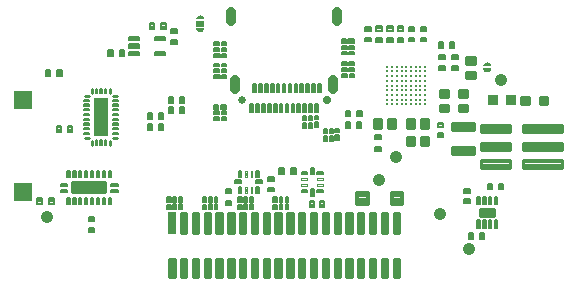
<source format=gts>
G04 EAGLE Gerber RS-274X export*
G75*
%MOMM*%
%FSLAX34Y34*%
%LPD*%
%IN2_Solder Mask Top*%
%IPPOS*%
%AMOC8*
5,1,8,0,0,1.08239X$1,22.5*%
G01*
%ADD10R,0.870000X0.870000*%
%ADD11C,0.280000*%
%ADD12C,0.254200*%
%ADD13C,0.182000*%
%ADD14C,0.193800*%
%ADD15C,0.144300*%
%ADD16C,0.720000*%
%ADD17C,0.670000*%
%ADD18C,0.870000*%
%ADD19C,0.870000*%
%ADD20C,0.285200*%
%ADD21C,0.269700*%
%ADD22R,0.670000X1.920000*%
%ADD23C,0.221100*%
%ADD24R,1.570000X1.570000*%
%ADD25C,1.070000*%
%ADD26C,0.270000*%
%ADD27C,0.170100*%
%ADD28R,1.270000X3.270000*%
%ADD29C,0.570000*%
%ADD30C,0.169200*%
%ADD31R,0.670000X0.470000*%
%ADD32C,0.321000*%
%ADD33C,0.131200*%
%ADD34C,0.620000*%
%ADD35C,0.118800*%
%ADD36C,0.368300*%

G36*
X179422Y222021D02*
X179422Y222021D01*
X179423Y222021D01*
X180242Y222223D01*
X180243Y222223D01*
X180991Y222615D01*
X180991Y222616D01*
X180992Y222616D01*
X181623Y223175D01*
X181623Y223176D01*
X181624Y223176D01*
X182103Y223871D01*
X182104Y223872D01*
X182403Y224661D01*
X182403Y224662D01*
X182404Y224668D01*
X182405Y224673D01*
X182406Y224683D01*
X182406Y224688D01*
X182408Y224703D01*
X182409Y224708D01*
X182410Y224718D01*
X182411Y224723D01*
X182412Y224733D01*
X182412Y224738D01*
X182414Y224748D01*
X182414Y224753D01*
X182415Y224763D01*
X182416Y224763D01*
X182415Y224763D01*
X182416Y224768D01*
X182418Y224783D01*
X182418Y224787D01*
X182419Y224788D01*
X182420Y224797D01*
X182420Y224802D01*
X182422Y224812D01*
X182422Y224817D01*
X182423Y224827D01*
X182424Y224832D01*
X182426Y224847D01*
X182426Y224852D01*
X182428Y224862D01*
X182428Y224867D01*
X182429Y224877D01*
X182430Y224882D01*
X182431Y224892D01*
X182432Y224897D01*
X182434Y224912D01*
X182434Y224917D01*
X182435Y224927D01*
X182436Y224932D01*
X182437Y224942D01*
X182438Y224946D01*
X182438Y224947D01*
X182439Y224956D01*
X182440Y224961D01*
X182441Y224971D01*
X182441Y224976D01*
X182442Y224981D01*
X182443Y224991D01*
X182444Y224996D01*
X182445Y225006D01*
X182446Y225011D01*
X182447Y225021D01*
X182447Y225026D01*
X182449Y225036D01*
X182449Y225041D01*
X182451Y225056D01*
X182452Y225061D01*
X182453Y225071D01*
X182453Y225076D01*
X182454Y225076D01*
X182453Y225076D01*
X182455Y225086D01*
X182455Y225091D01*
X182457Y225101D01*
X182457Y225105D01*
X182457Y225106D01*
X182459Y225120D01*
X182460Y225125D01*
X182461Y225135D01*
X182461Y225140D01*
X182463Y225150D01*
X182463Y225155D01*
X182464Y225165D01*
X182465Y225170D01*
X182467Y225185D01*
X182467Y225190D01*
X182469Y225200D01*
X182469Y225205D01*
X182470Y225215D01*
X182471Y225220D01*
X182472Y225230D01*
X182473Y225235D01*
X182474Y225245D01*
X182475Y225250D01*
X182476Y225264D01*
X182476Y225265D01*
X182477Y225269D01*
X182477Y225270D01*
X182478Y225279D01*
X182479Y225284D01*
X182480Y225294D01*
X182481Y225299D01*
X182482Y225309D01*
X182482Y225314D01*
X182484Y225329D01*
X182485Y225334D01*
X182486Y225344D01*
X182487Y225349D01*
X182488Y225359D01*
X182488Y225364D01*
X182489Y225364D01*
X182488Y225364D01*
X182490Y225374D01*
X182490Y225379D01*
X182492Y225394D01*
X182493Y225399D01*
X182494Y225409D01*
X182495Y225414D01*
X182496Y225423D01*
X182496Y225424D01*
X182496Y225428D01*
X182496Y225429D01*
X182498Y225438D01*
X182498Y225443D01*
X182500Y225458D01*
X182501Y225463D01*
X182502Y225473D01*
X182502Y225478D01*
X182504Y225488D01*
X182504Y225493D01*
X182505Y225499D01*
X182501Y225505D01*
X182501Y225504D01*
X182500Y225505D01*
X175500Y225505D01*
X175495Y225501D01*
X175496Y225500D01*
X175495Y225499D01*
X175597Y224662D01*
X175597Y224661D01*
X175896Y223872D01*
X175897Y223871D01*
X176376Y223176D01*
X176377Y223176D01*
X176377Y223175D01*
X177008Y222616D01*
X177009Y222616D01*
X177009Y222615D01*
X177757Y222223D01*
X177758Y222223D01*
X178577Y222021D01*
X178578Y222021D01*
X179422Y222021D01*
X179422Y222021D01*
G37*
G36*
X422422Y187771D02*
X422422Y187771D01*
X422423Y187771D01*
X423242Y187973D01*
X423243Y187973D01*
X423991Y188365D01*
X423991Y188366D01*
X423992Y188366D01*
X424623Y188925D01*
X424623Y188926D01*
X424624Y188926D01*
X425103Y189621D01*
X425104Y189622D01*
X425403Y190411D01*
X425403Y190412D01*
X425404Y190418D01*
X425405Y190423D01*
X425406Y190433D01*
X425406Y190438D01*
X425408Y190453D01*
X425409Y190458D01*
X425410Y190468D01*
X425411Y190473D01*
X425412Y190483D01*
X425412Y190488D01*
X425414Y190498D01*
X425414Y190503D01*
X425415Y190513D01*
X425416Y190513D01*
X425415Y190513D01*
X425416Y190518D01*
X425418Y190533D01*
X425418Y190537D01*
X425419Y190538D01*
X425420Y190547D01*
X425420Y190552D01*
X425422Y190562D01*
X425422Y190567D01*
X425423Y190577D01*
X425424Y190582D01*
X425426Y190597D01*
X425426Y190602D01*
X425428Y190612D01*
X425428Y190617D01*
X425429Y190627D01*
X425430Y190632D01*
X425431Y190642D01*
X425432Y190647D01*
X425434Y190662D01*
X425434Y190667D01*
X425435Y190677D01*
X425436Y190682D01*
X425437Y190692D01*
X425438Y190696D01*
X425438Y190697D01*
X425439Y190706D01*
X425440Y190711D01*
X425441Y190721D01*
X425441Y190726D01*
X425442Y190731D01*
X425443Y190741D01*
X425444Y190746D01*
X425445Y190756D01*
X425446Y190761D01*
X425447Y190771D01*
X425447Y190776D01*
X425449Y190786D01*
X425449Y190791D01*
X425451Y190806D01*
X425452Y190811D01*
X425453Y190821D01*
X425453Y190826D01*
X425454Y190826D01*
X425453Y190826D01*
X425455Y190836D01*
X425455Y190841D01*
X425457Y190851D01*
X425457Y190855D01*
X425457Y190856D01*
X425459Y190870D01*
X425460Y190875D01*
X425461Y190885D01*
X425461Y190890D01*
X425463Y190900D01*
X425463Y190905D01*
X425464Y190915D01*
X425465Y190920D01*
X425467Y190935D01*
X425467Y190940D01*
X425469Y190950D01*
X425469Y190955D01*
X425470Y190965D01*
X425471Y190970D01*
X425472Y190980D01*
X425473Y190985D01*
X425474Y190995D01*
X425475Y191000D01*
X425476Y191014D01*
X425476Y191015D01*
X425477Y191019D01*
X425477Y191020D01*
X425478Y191029D01*
X425479Y191034D01*
X425480Y191044D01*
X425481Y191049D01*
X425482Y191059D01*
X425482Y191064D01*
X425484Y191079D01*
X425485Y191084D01*
X425486Y191094D01*
X425487Y191099D01*
X425488Y191109D01*
X425488Y191114D01*
X425489Y191114D01*
X425488Y191114D01*
X425490Y191124D01*
X425490Y191129D01*
X425492Y191144D01*
X425493Y191149D01*
X425494Y191159D01*
X425495Y191164D01*
X425496Y191173D01*
X425496Y191174D01*
X425496Y191178D01*
X425496Y191179D01*
X425498Y191188D01*
X425498Y191193D01*
X425500Y191208D01*
X425501Y191213D01*
X425502Y191223D01*
X425502Y191228D01*
X425504Y191238D01*
X425504Y191243D01*
X425505Y191249D01*
X425501Y191255D01*
X425501Y191254D01*
X425500Y191255D01*
X418500Y191255D01*
X418495Y191251D01*
X418496Y191250D01*
X418495Y191249D01*
X418597Y190412D01*
X418597Y190411D01*
X418896Y189622D01*
X418897Y189621D01*
X419376Y188926D01*
X419377Y188926D01*
X419377Y188925D01*
X420008Y188366D01*
X420009Y188366D01*
X420009Y188365D01*
X420757Y187973D01*
X420758Y187973D01*
X421577Y187771D01*
X421578Y187771D01*
X422422Y187771D01*
X422422Y187771D01*
G37*
G36*
X182505Y232499D02*
X182505Y232499D01*
X182504Y232500D01*
X182505Y232501D01*
X182403Y233338D01*
X182403Y233339D01*
X182104Y234128D01*
X182103Y234129D01*
X181624Y234824D01*
X181623Y234824D01*
X181623Y234825D01*
X180992Y235384D01*
X180991Y235384D01*
X180991Y235385D01*
X180243Y235777D01*
X180242Y235777D01*
X179423Y235979D01*
X179422Y235979D01*
X178578Y235979D01*
X178577Y235979D01*
X177758Y235777D01*
X177757Y235777D01*
X177009Y235385D01*
X177009Y235384D01*
X177008Y235384D01*
X176377Y234825D01*
X176377Y234824D01*
X176376Y234824D01*
X175897Y234129D01*
X175896Y234128D01*
X175597Y233339D01*
X175597Y233338D01*
X175495Y232501D01*
X175499Y232495D01*
X175499Y232496D01*
X175500Y232495D01*
X182500Y232495D01*
X182505Y232499D01*
G37*
G36*
X425505Y192749D02*
X425505Y192749D01*
X425504Y192750D01*
X425505Y192751D01*
X425403Y193588D01*
X425403Y193589D01*
X425104Y194378D01*
X425103Y194379D01*
X424624Y195074D01*
X424623Y195074D01*
X424623Y195075D01*
X423992Y195634D01*
X423991Y195634D01*
X423991Y195635D01*
X423243Y196027D01*
X423242Y196027D01*
X422423Y196229D01*
X422422Y196229D01*
X421578Y196229D01*
X421577Y196229D01*
X420758Y196027D01*
X420757Y196027D01*
X420009Y195635D01*
X420009Y195634D01*
X420008Y195634D01*
X419377Y195075D01*
X419377Y195074D01*
X419376Y195074D01*
X418897Y194379D01*
X418896Y194378D01*
X418597Y193589D01*
X418597Y193588D01*
X418495Y192751D01*
X418499Y192745D01*
X418499Y192746D01*
X418500Y192745D01*
X425500Y192745D01*
X425505Y192749D01*
G37*
D10*
X442000Y164000D03*
X427000Y164000D03*
D11*
X353500Y176500D03*
X349500Y176500D03*
X345500Y176500D03*
X341500Y176500D03*
X337500Y176500D03*
X337500Y172500D03*
X337500Y168500D03*
X337500Y164500D03*
X337500Y160500D03*
X341500Y160500D03*
X345500Y160500D03*
X349500Y160500D03*
X353500Y160500D03*
X353500Y164500D03*
X353500Y168500D03*
X353500Y172500D03*
X349500Y172500D03*
X349500Y168500D03*
X349500Y164500D03*
X345500Y164500D03*
X345500Y168500D03*
X345500Y172500D03*
X341500Y172500D03*
X341500Y168500D03*
X341500Y164500D03*
X353500Y180500D03*
X353500Y184500D03*
X353500Y188500D03*
X353500Y192500D03*
X349500Y192500D03*
X345500Y192500D03*
X341500Y192500D03*
X337500Y192500D03*
X337500Y188500D03*
X337500Y184500D03*
X337500Y180500D03*
X341500Y180500D03*
X341500Y184500D03*
X341500Y188500D03*
X345500Y188500D03*
X345500Y184500D03*
X345500Y180500D03*
X349500Y180500D03*
X349500Y184500D03*
X349500Y188500D03*
X357500Y176500D03*
X361500Y176500D03*
X365500Y176500D03*
X369500Y176500D03*
X369500Y172500D03*
X369500Y168500D03*
X369500Y164500D03*
X369500Y160500D03*
X365500Y160500D03*
X361500Y160500D03*
X357500Y160500D03*
X357500Y164500D03*
X357500Y168500D03*
X357500Y172500D03*
X361500Y172500D03*
X361500Y168500D03*
X361500Y164500D03*
X365500Y164500D03*
X365500Y168500D03*
X365500Y172500D03*
X369500Y180500D03*
X369500Y184500D03*
X369500Y188500D03*
X369500Y192500D03*
X365500Y192500D03*
X361500Y192500D03*
X357500Y192500D03*
X357500Y188500D03*
X357500Y184500D03*
X357500Y180500D03*
X361500Y180500D03*
X361500Y184500D03*
X361500Y188500D03*
X365500Y188500D03*
X365500Y184500D03*
X365500Y180500D03*
D12*
X411579Y182671D02*
X411579Y188329D01*
X411579Y182671D02*
X404421Y182671D01*
X404421Y188329D01*
X411579Y188329D01*
X411579Y185086D02*
X404421Y185086D01*
X404421Y187501D02*
X411579Y187501D01*
X411579Y194671D02*
X411579Y200329D01*
X411579Y194671D02*
X404421Y194671D01*
X404421Y200329D01*
X411579Y200329D01*
X411579Y197086D02*
X404421Y197086D01*
X404421Y199501D02*
X411579Y199501D01*
D13*
X355560Y222810D02*
X355560Y226190D01*
X360440Y226190D01*
X360440Y222810D01*
X355560Y222810D01*
X355560Y224539D02*
X360440Y224539D01*
X355560Y217190D02*
X355560Y213810D01*
X355560Y217190D02*
X360440Y217190D01*
X360440Y213810D01*
X355560Y213810D01*
X355560Y215539D02*
X360440Y215539D01*
X381560Y202190D02*
X381560Y198810D01*
X381560Y202190D02*
X386440Y202190D01*
X386440Y198810D01*
X381560Y198810D01*
X381560Y200539D02*
X386440Y200539D01*
X381560Y193190D02*
X381560Y189810D01*
X381560Y193190D02*
X386440Y193190D01*
X386440Y189810D01*
X381560Y189810D01*
X381560Y191539D02*
X386440Y191539D01*
X396940Y193190D02*
X396940Y189810D01*
X392060Y189810D01*
X392060Y193190D01*
X396940Y193190D01*
X396940Y191539D02*
X392060Y191539D01*
X396940Y198810D02*
X396940Y202190D01*
X396940Y198810D02*
X392060Y198810D01*
X392060Y202190D01*
X396940Y202190D01*
X396940Y200539D02*
X392060Y200539D01*
D14*
X337119Y223119D02*
X337119Y226881D01*
X341881Y226881D01*
X341881Y223119D01*
X337119Y223119D01*
X337119Y224960D02*
X341881Y224960D01*
X341881Y226801D02*
X337119Y226801D01*
X337119Y216881D02*
X337119Y213119D01*
X337119Y216881D02*
X341881Y216881D01*
X341881Y213119D01*
X337119Y213119D01*
X337119Y214960D02*
X341881Y214960D01*
X341881Y216801D02*
X337119Y216801D01*
X350881Y216881D02*
X350881Y213119D01*
X346119Y213119D01*
X346119Y216881D01*
X350881Y216881D01*
X350881Y214960D02*
X346119Y214960D01*
X346119Y216801D02*
X350881Y216801D01*
X350881Y223119D02*
X350881Y226881D01*
X350881Y223119D02*
X346119Y223119D01*
X346119Y226881D01*
X350881Y226881D01*
X350881Y224960D02*
X346119Y224960D01*
X346119Y226801D02*
X350881Y226801D01*
X332881Y216881D02*
X332881Y213119D01*
X328119Y213119D01*
X328119Y216881D01*
X332881Y216881D01*
X332881Y214960D02*
X328119Y214960D01*
X328119Y216801D02*
X332881Y216801D01*
X332881Y223119D02*
X332881Y226881D01*
X332881Y223119D02*
X328119Y223119D01*
X328119Y226881D01*
X332881Y226881D01*
X332881Y224960D02*
X328119Y224960D01*
X328119Y226801D02*
X332881Y226801D01*
D13*
X381310Y208560D02*
X384690Y208560D01*
X381310Y208560D02*
X381310Y213440D01*
X384690Y213440D01*
X384690Y208560D01*
X384690Y210289D02*
X381310Y210289D01*
X381310Y212018D02*
X384690Y212018D01*
X390310Y208560D02*
X393690Y208560D01*
X390310Y208560D02*
X390310Y213440D01*
X393690Y213440D01*
X393690Y208560D01*
X393690Y210289D02*
X390310Y210289D01*
X390310Y212018D02*
X393690Y212018D01*
D12*
X397921Y172329D02*
X397921Y166671D01*
X397921Y172329D02*
X405079Y172329D01*
X405079Y166671D01*
X397921Y166671D01*
X397921Y169086D02*
X405079Y169086D01*
X405079Y171501D02*
X397921Y171501D01*
X397921Y160329D02*
X397921Y154671D01*
X397921Y160329D02*
X405079Y160329D01*
X405079Y154671D01*
X397921Y154671D01*
X397921Y157086D02*
X405079Y157086D01*
X405079Y159501D02*
X397921Y159501D01*
X381921Y166671D02*
X381921Y172329D01*
X389079Y172329D01*
X389079Y166671D01*
X381921Y166671D01*
X381921Y169086D02*
X389079Y169086D01*
X389079Y171501D02*
X381921Y171501D01*
X381921Y160329D02*
X381921Y154671D01*
X381921Y160329D02*
X389079Y160329D01*
X389079Y154671D01*
X381921Y154671D01*
X381921Y157086D02*
X389079Y157086D01*
X389079Y159501D02*
X381921Y159501D01*
D13*
X384940Y136190D02*
X384940Y132810D01*
X380060Y132810D01*
X380060Y136190D01*
X384940Y136190D01*
X384940Y134539D02*
X380060Y134539D01*
X384940Y141810D02*
X384940Y145190D01*
X384940Y141810D02*
X380060Y141810D01*
X380060Y145190D01*
X384940Y145190D01*
X384940Y143539D02*
X380060Y143539D01*
D12*
X359829Y125921D02*
X354171Y125921D01*
X354171Y133079D01*
X359829Y133079D01*
X359829Y125921D01*
X359829Y128336D02*
X354171Y128336D01*
X354171Y130751D02*
X359829Y130751D01*
X366171Y125921D02*
X371829Y125921D01*
X366171Y125921D02*
X366171Y133079D01*
X371829Y133079D01*
X371829Y125921D01*
X371829Y128336D02*
X366171Y128336D01*
X366171Y130751D02*
X371829Y130751D01*
X359829Y140921D02*
X354171Y140921D01*
X354171Y148079D01*
X359829Y148079D01*
X359829Y140921D01*
X359829Y143336D02*
X354171Y143336D01*
X354171Y145751D02*
X359829Y145751D01*
X366171Y140921D02*
X371829Y140921D01*
X366171Y140921D02*
X366171Y148079D01*
X371829Y148079D01*
X371829Y140921D01*
X371829Y143336D02*
X366171Y143336D01*
X366171Y145751D02*
X371829Y145751D01*
D13*
X370440Y213810D02*
X370440Y217190D01*
X370440Y213810D02*
X365560Y213810D01*
X365560Y217190D01*
X370440Y217190D01*
X370440Y215539D02*
X365560Y215539D01*
X370440Y222810D02*
X370440Y226190D01*
X370440Y222810D02*
X365560Y222810D01*
X365560Y226190D01*
X370440Y226190D01*
X370440Y224539D02*
X365560Y224539D01*
X323440Y217190D02*
X323440Y213810D01*
X318560Y213810D01*
X318560Y217190D01*
X323440Y217190D01*
X323440Y215539D02*
X318560Y215539D01*
X323440Y222810D02*
X323440Y226190D01*
X323440Y222810D02*
X318560Y222810D01*
X318560Y226190D01*
X323440Y226190D01*
X323440Y224539D02*
X318560Y224539D01*
D12*
X338171Y148079D02*
X343829Y148079D01*
X343829Y140921D01*
X338171Y140921D01*
X338171Y148079D01*
X338171Y143336D02*
X343829Y143336D01*
X343829Y145751D02*
X338171Y145751D01*
X331829Y148079D02*
X326171Y148079D01*
X331829Y148079D02*
X331829Y140921D01*
X326171Y140921D01*
X326171Y148079D01*
X326171Y143336D02*
X331829Y143336D01*
X331829Y145751D02*
X326171Y145751D01*
D14*
X315881Y155381D02*
X312119Y155381D01*
X315881Y155381D02*
X315881Y150619D01*
X312119Y150619D01*
X312119Y155381D01*
X312119Y152460D02*
X315881Y152460D01*
X315881Y154301D02*
X312119Y154301D01*
X305881Y155381D02*
X302119Y155381D01*
X305881Y155381D02*
X305881Y150619D01*
X302119Y150619D01*
X302119Y155381D01*
X302119Y152460D02*
X305881Y152460D01*
X305881Y154301D02*
X302119Y154301D01*
D15*
X278629Y160529D02*
X276371Y160529D01*
X278629Y160529D02*
X278629Y154271D01*
X276371Y154271D01*
X276371Y160529D01*
X276371Y155642D02*
X278629Y155642D01*
X278629Y157013D02*
X276371Y157013D01*
X276371Y158384D02*
X278629Y158384D01*
X278629Y159755D02*
X276371Y159755D01*
X273629Y160529D02*
X271371Y160529D01*
X273629Y160529D02*
X273629Y154271D01*
X271371Y154271D01*
X271371Y160529D01*
X271371Y155642D02*
X273629Y155642D01*
X273629Y157013D02*
X271371Y157013D01*
X271371Y158384D02*
X273629Y158384D01*
X273629Y159755D02*
X271371Y159755D01*
X268629Y160529D02*
X266371Y160529D01*
X268629Y160529D02*
X268629Y154271D01*
X266371Y154271D01*
X266371Y160529D01*
X266371Y155642D02*
X268629Y155642D01*
X268629Y157013D02*
X266371Y157013D01*
X266371Y158384D02*
X268629Y158384D01*
X268629Y159755D02*
X266371Y159755D01*
X263629Y160529D02*
X261371Y160529D01*
X263629Y160529D02*
X263629Y154271D01*
X261371Y154271D01*
X261371Y160529D01*
X261371Y155642D02*
X263629Y155642D01*
X263629Y157013D02*
X261371Y157013D01*
X261371Y158384D02*
X263629Y158384D01*
X263629Y159755D02*
X261371Y159755D01*
X258629Y160529D02*
X256371Y160529D01*
X258629Y160529D02*
X258629Y154271D01*
X256371Y154271D01*
X256371Y160529D01*
X256371Y155642D02*
X258629Y155642D01*
X258629Y157013D02*
X256371Y157013D01*
X256371Y158384D02*
X258629Y158384D01*
X258629Y159755D02*
X256371Y159755D01*
X253629Y160529D02*
X251371Y160529D01*
X253629Y160529D02*
X253629Y154271D01*
X251371Y154271D01*
X251371Y160529D01*
X251371Y155642D02*
X253629Y155642D01*
X253629Y157013D02*
X251371Y157013D01*
X251371Y158384D02*
X253629Y158384D01*
X253629Y159755D02*
X251371Y159755D01*
X248629Y160529D02*
X246371Y160529D01*
X248629Y160529D02*
X248629Y154271D01*
X246371Y154271D01*
X246371Y160529D01*
X246371Y155642D02*
X248629Y155642D01*
X248629Y157013D02*
X246371Y157013D01*
X246371Y158384D02*
X248629Y158384D01*
X248629Y159755D02*
X246371Y159755D01*
X243629Y160529D02*
X241371Y160529D01*
X243629Y160529D02*
X243629Y154271D01*
X241371Y154271D01*
X241371Y160529D01*
X241371Y155642D02*
X243629Y155642D01*
X243629Y157013D02*
X241371Y157013D01*
X241371Y158384D02*
X243629Y158384D01*
X243629Y159755D02*
X241371Y159755D01*
X238629Y160529D02*
X236371Y160529D01*
X238629Y160529D02*
X238629Y154271D01*
X236371Y154271D01*
X236371Y160529D01*
X236371Y155642D02*
X238629Y155642D01*
X238629Y157013D02*
X236371Y157013D01*
X236371Y158384D02*
X238629Y158384D01*
X238629Y159755D02*
X236371Y159755D01*
X233629Y160529D02*
X231371Y160529D01*
X233629Y160529D02*
X233629Y154271D01*
X231371Y154271D01*
X231371Y160529D01*
X231371Y155642D02*
X233629Y155642D01*
X233629Y157013D02*
X231371Y157013D01*
X231371Y158384D02*
X233629Y158384D01*
X233629Y159755D02*
X231371Y159755D01*
X228629Y160529D02*
X226371Y160529D01*
X228629Y160529D02*
X228629Y154271D01*
X226371Y154271D01*
X226371Y160529D01*
X226371Y155642D02*
X228629Y155642D01*
X228629Y157013D02*
X226371Y157013D01*
X226371Y158384D02*
X228629Y158384D01*
X228629Y159755D02*
X226371Y159755D01*
X223629Y160529D02*
X221371Y160529D01*
X223629Y160529D02*
X223629Y154271D01*
X221371Y154271D01*
X221371Y160529D01*
X221371Y155642D02*
X223629Y155642D01*
X223629Y157013D02*
X221371Y157013D01*
X221371Y158384D02*
X223629Y158384D01*
X223629Y159755D02*
X221371Y159755D01*
X248871Y177529D02*
X251129Y177529D01*
X251129Y171271D01*
X248871Y171271D01*
X248871Y177529D01*
X248871Y172642D02*
X251129Y172642D01*
X251129Y174013D02*
X248871Y174013D01*
X248871Y175384D02*
X251129Y175384D01*
X251129Y176755D02*
X248871Y176755D01*
X226129Y177529D02*
X223871Y177529D01*
X226129Y177529D02*
X226129Y171271D01*
X223871Y171271D01*
X223871Y177529D01*
X223871Y172642D02*
X226129Y172642D01*
X226129Y174013D02*
X223871Y174013D01*
X223871Y175384D02*
X226129Y175384D01*
X226129Y176755D02*
X223871Y176755D01*
X228871Y177529D02*
X231129Y177529D01*
X231129Y171271D01*
X228871Y171271D01*
X228871Y177529D01*
X228871Y172642D02*
X231129Y172642D01*
X231129Y174013D02*
X228871Y174013D01*
X228871Y175384D02*
X231129Y175384D01*
X231129Y176755D02*
X228871Y176755D01*
X233871Y177529D02*
X236129Y177529D01*
X236129Y171271D01*
X233871Y171271D01*
X233871Y177529D01*
X233871Y172642D02*
X236129Y172642D01*
X236129Y174013D02*
X233871Y174013D01*
X233871Y175384D02*
X236129Y175384D01*
X236129Y176755D02*
X233871Y176755D01*
X238871Y177529D02*
X241129Y177529D01*
X241129Y171271D01*
X238871Y171271D01*
X238871Y177529D01*
X238871Y172642D02*
X241129Y172642D01*
X241129Y174013D02*
X238871Y174013D01*
X238871Y175384D02*
X241129Y175384D01*
X241129Y176755D02*
X238871Y176755D01*
X243871Y177529D02*
X246129Y177529D01*
X246129Y171271D01*
X243871Y171271D01*
X243871Y177529D01*
X243871Y172642D02*
X246129Y172642D01*
X246129Y174013D02*
X243871Y174013D01*
X243871Y175384D02*
X246129Y175384D01*
X246129Y176755D02*
X243871Y176755D01*
X253871Y177529D02*
X256129Y177529D01*
X256129Y171271D01*
X253871Y171271D01*
X253871Y177529D01*
X253871Y172642D02*
X256129Y172642D01*
X256129Y174013D02*
X253871Y174013D01*
X253871Y175384D02*
X256129Y175384D01*
X256129Y176755D02*
X253871Y176755D01*
X258871Y177529D02*
X261129Y177529D01*
X261129Y171271D01*
X258871Y171271D01*
X258871Y177529D01*
X258871Y172642D02*
X261129Y172642D01*
X261129Y174013D02*
X258871Y174013D01*
X258871Y175384D02*
X261129Y175384D01*
X261129Y176755D02*
X258871Y176755D01*
X263871Y177529D02*
X266129Y177529D01*
X266129Y171271D01*
X263871Y171271D01*
X263871Y177529D01*
X263871Y172642D02*
X266129Y172642D01*
X266129Y174013D02*
X263871Y174013D01*
X263871Y175384D02*
X266129Y175384D01*
X266129Y176755D02*
X263871Y176755D01*
X268871Y177529D02*
X271129Y177529D01*
X271129Y171271D01*
X268871Y171271D01*
X268871Y177529D01*
X268871Y172642D02*
X271129Y172642D01*
X271129Y174013D02*
X268871Y174013D01*
X268871Y175384D02*
X271129Y175384D01*
X271129Y176755D02*
X268871Y176755D01*
X273871Y177529D02*
X276129Y177529D01*
X276129Y171271D01*
X273871Y171271D01*
X273871Y177529D01*
X273871Y172642D02*
X276129Y172642D01*
X276129Y174013D02*
X273871Y174013D01*
X273871Y175384D02*
X276129Y175384D01*
X276129Y176755D02*
X273871Y176755D01*
X278871Y177529D02*
X281129Y177529D01*
X281129Y171271D01*
X278871Y171271D01*
X278871Y177529D01*
X278871Y172642D02*
X281129Y172642D01*
X281129Y174013D02*
X278871Y174013D01*
X278871Y175384D02*
X281129Y175384D01*
X281129Y176755D02*
X278871Y176755D01*
D16*
X286000Y164000D03*
D17*
X214000Y164000D03*
D18*
X291300Y173500D02*
X291300Y181500D01*
X208700Y181500D02*
X208700Y173500D01*
X294900Y231000D02*
X294900Y239000D01*
X205100Y239000D02*
X205100Y231000D01*
X291300Y181500D02*
X291300Y173500D01*
X208700Y173500D02*
X208700Y181500D01*
X294900Y231000D02*
X294900Y239000D01*
X205100Y239000D02*
X205100Y231000D01*
D19*
X291300Y177500D03*
X208700Y177000D03*
X205100Y235000D03*
X294900Y235000D03*
D20*
X452076Y128174D02*
X485424Y128174D01*
X485424Y121826D01*
X452076Y121826D01*
X452076Y128174D01*
X452076Y124535D02*
X485424Y124535D01*
X485424Y127244D02*
X452076Y127244D01*
X452076Y113174D02*
X485424Y113174D01*
X485424Y106826D01*
X452076Y106826D01*
X452076Y113174D01*
X452076Y109535D02*
X485424Y109535D01*
X485424Y112244D02*
X452076Y112244D01*
X452076Y143174D02*
X485424Y143174D01*
X485424Y136826D01*
X452076Y136826D01*
X452076Y143174D01*
X452076Y139535D02*
X485424Y139535D01*
X485424Y142244D02*
X452076Y142244D01*
X440924Y113174D02*
X416576Y113174D01*
X440924Y113174D02*
X440924Y106826D01*
X416576Y106826D01*
X416576Y113174D01*
X416576Y109535D02*
X440924Y109535D01*
X440924Y112244D02*
X416576Y112244D01*
X416576Y128174D02*
X440924Y128174D01*
X440924Y121826D01*
X416576Y121826D01*
X416576Y128174D01*
X416576Y124535D02*
X440924Y124535D01*
X440924Y127244D02*
X416576Y127244D01*
X416576Y143174D02*
X440924Y143174D01*
X440924Y136826D01*
X416576Y136826D01*
X416576Y143174D01*
X416576Y139535D02*
X440924Y139535D01*
X440924Y142244D02*
X416576Y142244D01*
D21*
X410502Y138498D02*
X392498Y138498D01*
X392498Y144502D01*
X410502Y144502D01*
X410502Y138498D01*
X410502Y141060D02*
X392498Y141060D01*
X392498Y143622D02*
X410502Y143622D01*
X410502Y118498D02*
X392498Y118498D01*
X392498Y124502D01*
X410502Y124502D01*
X410502Y118498D01*
X410502Y121060D02*
X392498Y121060D01*
X392498Y123622D02*
X410502Y123622D01*
D22*
X155000Y59750D03*
D23*
X167245Y68245D02*
X167245Y51255D01*
X162755Y51255D01*
X162755Y68245D01*
X167245Y68245D01*
X167245Y53355D02*
X162755Y53355D01*
X162755Y55455D02*
X167245Y55455D01*
X167245Y57555D02*
X162755Y57555D01*
X162755Y59655D02*
X167245Y59655D01*
X167245Y61755D02*
X162755Y61755D01*
X162755Y63855D02*
X167245Y63855D01*
X167245Y65955D02*
X162755Y65955D01*
X162755Y68055D02*
X167245Y68055D01*
X177245Y68245D02*
X177245Y51255D01*
X172755Y51255D01*
X172755Y68245D01*
X177245Y68245D01*
X177245Y53355D02*
X172755Y53355D01*
X172755Y55455D02*
X177245Y55455D01*
X177245Y57555D02*
X172755Y57555D01*
X172755Y59655D02*
X177245Y59655D01*
X177245Y61755D02*
X172755Y61755D01*
X172755Y63855D02*
X177245Y63855D01*
X177245Y65955D02*
X172755Y65955D01*
X172755Y68055D02*
X177245Y68055D01*
X187245Y68245D02*
X187245Y51255D01*
X182755Y51255D01*
X182755Y68245D01*
X187245Y68245D01*
X187245Y53355D02*
X182755Y53355D01*
X182755Y55455D02*
X187245Y55455D01*
X187245Y57555D02*
X182755Y57555D01*
X182755Y59655D02*
X187245Y59655D01*
X187245Y61755D02*
X182755Y61755D01*
X182755Y63855D02*
X187245Y63855D01*
X187245Y65955D02*
X182755Y65955D01*
X182755Y68055D02*
X187245Y68055D01*
X197245Y68245D02*
X197245Y51255D01*
X192755Y51255D01*
X192755Y68245D01*
X197245Y68245D01*
X197245Y53355D02*
X192755Y53355D01*
X192755Y55455D02*
X197245Y55455D01*
X197245Y57555D02*
X192755Y57555D01*
X192755Y59655D02*
X197245Y59655D01*
X197245Y61755D02*
X192755Y61755D01*
X192755Y63855D02*
X197245Y63855D01*
X197245Y65955D02*
X192755Y65955D01*
X192755Y68055D02*
X197245Y68055D01*
X207245Y68245D02*
X207245Y51255D01*
X202755Y51255D01*
X202755Y68245D01*
X207245Y68245D01*
X207245Y53355D02*
X202755Y53355D01*
X202755Y55455D02*
X207245Y55455D01*
X207245Y57555D02*
X202755Y57555D01*
X202755Y59655D02*
X207245Y59655D01*
X207245Y61755D02*
X202755Y61755D01*
X202755Y63855D02*
X207245Y63855D01*
X207245Y65955D02*
X202755Y65955D01*
X202755Y68055D02*
X207245Y68055D01*
X217245Y68245D02*
X217245Y51255D01*
X212755Y51255D01*
X212755Y68245D01*
X217245Y68245D01*
X217245Y53355D02*
X212755Y53355D01*
X212755Y55455D02*
X217245Y55455D01*
X217245Y57555D02*
X212755Y57555D01*
X212755Y59655D02*
X217245Y59655D01*
X217245Y61755D02*
X212755Y61755D01*
X212755Y63855D02*
X217245Y63855D01*
X217245Y65955D02*
X212755Y65955D01*
X212755Y68055D02*
X217245Y68055D01*
X227245Y68245D02*
X227245Y51255D01*
X222755Y51255D01*
X222755Y68245D01*
X227245Y68245D01*
X227245Y53355D02*
X222755Y53355D01*
X222755Y55455D02*
X227245Y55455D01*
X227245Y57555D02*
X222755Y57555D01*
X222755Y59655D02*
X227245Y59655D01*
X227245Y61755D02*
X222755Y61755D01*
X222755Y63855D02*
X227245Y63855D01*
X227245Y65955D02*
X222755Y65955D01*
X222755Y68055D02*
X227245Y68055D01*
X237245Y68245D02*
X237245Y51255D01*
X232755Y51255D01*
X232755Y68245D01*
X237245Y68245D01*
X237245Y53355D02*
X232755Y53355D01*
X232755Y55455D02*
X237245Y55455D01*
X237245Y57555D02*
X232755Y57555D01*
X232755Y59655D02*
X237245Y59655D01*
X237245Y61755D02*
X232755Y61755D01*
X232755Y63855D02*
X237245Y63855D01*
X237245Y65955D02*
X232755Y65955D01*
X232755Y68055D02*
X237245Y68055D01*
X247245Y68245D02*
X247245Y51255D01*
X242755Y51255D01*
X242755Y68245D01*
X247245Y68245D01*
X247245Y53355D02*
X242755Y53355D01*
X242755Y55455D02*
X247245Y55455D01*
X247245Y57555D02*
X242755Y57555D01*
X242755Y59655D02*
X247245Y59655D01*
X247245Y61755D02*
X242755Y61755D01*
X242755Y63855D02*
X247245Y63855D01*
X247245Y65955D02*
X242755Y65955D01*
X242755Y68055D02*
X247245Y68055D01*
X257245Y68245D02*
X257245Y51255D01*
X252755Y51255D01*
X252755Y68245D01*
X257245Y68245D01*
X257245Y53355D02*
X252755Y53355D01*
X252755Y55455D02*
X257245Y55455D01*
X257245Y57555D02*
X252755Y57555D01*
X252755Y59655D02*
X257245Y59655D01*
X257245Y61755D02*
X252755Y61755D01*
X252755Y63855D02*
X257245Y63855D01*
X257245Y65955D02*
X252755Y65955D01*
X252755Y68055D02*
X257245Y68055D01*
X267245Y68245D02*
X267245Y51255D01*
X262755Y51255D01*
X262755Y68245D01*
X267245Y68245D01*
X267245Y53355D02*
X262755Y53355D01*
X262755Y55455D02*
X267245Y55455D01*
X267245Y57555D02*
X262755Y57555D01*
X262755Y59655D02*
X267245Y59655D01*
X267245Y61755D02*
X262755Y61755D01*
X262755Y63855D02*
X267245Y63855D01*
X267245Y65955D02*
X262755Y65955D01*
X262755Y68055D02*
X267245Y68055D01*
X277245Y68245D02*
X277245Y51255D01*
X272755Y51255D01*
X272755Y68245D01*
X277245Y68245D01*
X277245Y53355D02*
X272755Y53355D01*
X272755Y55455D02*
X277245Y55455D01*
X277245Y57555D02*
X272755Y57555D01*
X272755Y59655D02*
X277245Y59655D01*
X277245Y61755D02*
X272755Y61755D01*
X272755Y63855D02*
X277245Y63855D01*
X277245Y65955D02*
X272755Y65955D01*
X272755Y68055D02*
X277245Y68055D01*
X287245Y68245D02*
X287245Y51255D01*
X282755Y51255D01*
X282755Y68245D01*
X287245Y68245D01*
X287245Y53355D02*
X282755Y53355D01*
X282755Y55455D02*
X287245Y55455D01*
X287245Y57555D02*
X282755Y57555D01*
X282755Y59655D02*
X287245Y59655D01*
X287245Y61755D02*
X282755Y61755D01*
X282755Y63855D02*
X287245Y63855D01*
X287245Y65955D02*
X282755Y65955D01*
X282755Y68055D02*
X287245Y68055D01*
X297245Y68245D02*
X297245Y51255D01*
X292755Y51255D01*
X292755Y68245D01*
X297245Y68245D01*
X297245Y53355D02*
X292755Y53355D01*
X292755Y55455D02*
X297245Y55455D01*
X297245Y57555D02*
X292755Y57555D01*
X292755Y59655D02*
X297245Y59655D01*
X297245Y61755D02*
X292755Y61755D01*
X292755Y63855D02*
X297245Y63855D01*
X297245Y65955D02*
X292755Y65955D01*
X292755Y68055D02*
X297245Y68055D01*
X307245Y68245D02*
X307245Y51255D01*
X302755Y51255D01*
X302755Y68245D01*
X307245Y68245D01*
X307245Y53355D02*
X302755Y53355D01*
X302755Y55455D02*
X307245Y55455D01*
X307245Y57555D02*
X302755Y57555D01*
X302755Y59655D02*
X307245Y59655D01*
X307245Y61755D02*
X302755Y61755D01*
X302755Y63855D02*
X307245Y63855D01*
X307245Y65955D02*
X302755Y65955D01*
X302755Y68055D02*
X307245Y68055D01*
X317245Y68245D02*
X317245Y51255D01*
X312755Y51255D01*
X312755Y68245D01*
X317245Y68245D01*
X317245Y53355D02*
X312755Y53355D01*
X312755Y55455D02*
X317245Y55455D01*
X317245Y57555D02*
X312755Y57555D01*
X312755Y59655D02*
X317245Y59655D01*
X317245Y61755D02*
X312755Y61755D01*
X312755Y63855D02*
X317245Y63855D01*
X317245Y65955D02*
X312755Y65955D01*
X312755Y68055D02*
X317245Y68055D01*
X327245Y68245D02*
X327245Y51255D01*
X322755Y51255D01*
X322755Y68245D01*
X327245Y68245D01*
X327245Y53355D02*
X322755Y53355D01*
X322755Y55455D02*
X327245Y55455D01*
X327245Y57555D02*
X322755Y57555D01*
X322755Y59655D02*
X327245Y59655D01*
X327245Y61755D02*
X322755Y61755D01*
X322755Y63855D02*
X327245Y63855D01*
X327245Y65955D02*
X322755Y65955D01*
X322755Y68055D02*
X327245Y68055D01*
X337245Y68245D02*
X337245Y51255D01*
X332755Y51255D01*
X332755Y68245D01*
X337245Y68245D01*
X337245Y53355D02*
X332755Y53355D01*
X332755Y55455D02*
X337245Y55455D01*
X337245Y57555D02*
X332755Y57555D01*
X332755Y59655D02*
X337245Y59655D01*
X337245Y61755D02*
X332755Y61755D01*
X332755Y63855D02*
X337245Y63855D01*
X337245Y65955D02*
X332755Y65955D01*
X332755Y68055D02*
X337245Y68055D01*
X347245Y68245D02*
X347245Y51255D01*
X342755Y51255D01*
X342755Y68245D01*
X347245Y68245D01*
X347245Y53355D02*
X342755Y53355D01*
X342755Y55455D02*
X347245Y55455D01*
X347245Y57555D02*
X342755Y57555D01*
X342755Y59655D02*
X347245Y59655D01*
X347245Y61755D02*
X342755Y61755D01*
X342755Y63855D02*
X347245Y63855D01*
X347245Y65955D02*
X342755Y65955D01*
X342755Y68055D02*
X347245Y68055D01*
X157245Y29495D02*
X157245Y14505D01*
X152755Y14505D01*
X152755Y29495D01*
X157245Y29495D01*
X157245Y16605D02*
X152755Y16605D01*
X152755Y18705D02*
X157245Y18705D01*
X157245Y20805D02*
X152755Y20805D01*
X152755Y22905D02*
X157245Y22905D01*
X157245Y25005D02*
X152755Y25005D01*
X152755Y27105D02*
X157245Y27105D01*
X157245Y29205D02*
X152755Y29205D01*
X167245Y29495D02*
X167245Y14505D01*
X162755Y14505D01*
X162755Y29495D01*
X167245Y29495D01*
X167245Y16605D02*
X162755Y16605D01*
X162755Y18705D02*
X167245Y18705D01*
X167245Y20805D02*
X162755Y20805D01*
X162755Y22905D02*
X167245Y22905D01*
X167245Y25005D02*
X162755Y25005D01*
X162755Y27105D02*
X167245Y27105D01*
X167245Y29205D02*
X162755Y29205D01*
X177245Y29495D02*
X177245Y14505D01*
X172755Y14505D01*
X172755Y29495D01*
X177245Y29495D01*
X177245Y16605D02*
X172755Y16605D01*
X172755Y18705D02*
X177245Y18705D01*
X177245Y20805D02*
X172755Y20805D01*
X172755Y22905D02*
X177245Y22905D01*
X177245Y25005D02*
X172755Y25005D01*
X172755Y27105D02*
X177245Y27105D01*
X177245Y29205D02*
X172755Y29205D01*
X187245Y29495D02*
X187245Y14505D01*
X182755Y14505D01*
X182755Y29495D01*
X187245Y29495D01*
X187245Y16605D02*
X182755Y16605D01*
X182755Y18705D02*
X187245Y18705D01*
X187245Y20805D02*
X182755Y20805D01*
X182755Y22905D02*
X187245Y22905D01*
X187245Y25005D02*
X182755Y25005D01*
X182755Y27105D02*
X187245Y27105D01*
X187245Y29205D02*
X182755Y29205D01*
X197245Y29495D02*
X197245Y14505D01*
X192755Y14505D01*
X192755Y29495D01*
X197245Y29495D01*
X197245Y16605D02*
X192755Y16605D01*
X192755Y18705D02*
X197245Y18705D01*
X197245Y20805D02*
X192755Y20805D01*
X192755Y22905D02*
X197245Y22905D01*
X197245Y25005D02*
X192755Y25005D01*
X192755Y27105D02*
X197245Y27105D01*
X197245Y29205D02*
X192755Y29205D01*
X207245Y29495D02*
X207245Y14505D01*
X202755Y14505D01*
X202755Y29495D01*
X207245Y29495D01*
X207245Y16605D02*
X202755Y16605D01*
X202755Y18705D02*
X207245Y18705D01*
X207245Y20805D02*
X202755Y20805D01*
X202755Y22905D02*
X207245Y22905D01*
X207245Y25005D02*
X202755Y25005D01*
X202755Y27105D02*
X207245Y27105D01*
X207245Y29205D02*
X202755Y29205D01*
X217245Y29495D02*
X217245Y14505D01*
X212755Y14505D01*
X212755Y29495D01*
X217245Y29495D01*
X217245Y16605D02*
X212755Y16605D01*
X212755Y18705D02*
X217245Y18705D01*
X217245Y20805D02*
X212755Y20805D01*
X212755Y22905D02*
X217245Y22905D01*
X217245Y25005D02*
X212755Y25005D01*
X212755Y27105D02*
X217245Y27105D01*
X217245Y29205D02*
X212755Y29205D01*
X227245Y29495D02*
X227245Y14505D01*
X222755Y14505D01*
X222755Y29495D01*
X227245Y29495D01*
X227245Y16605D02*
X222755Y16605D01*
X222755Y18705D02*
X227245Y18705D01*
X227245Y20805D02*
X222755Y20805D01*
X222755Y22905D02*
X227245Y22905D01*
X227245Y25005D02*
X222755Y25005D01*
X222755Y27105D02*
X227245Y27105D01*
X227245Y29205D02*
X222755Y29205D01*
X237245Y29495D02*
X237245Y14505D01*
X232755Y14505D01*
X232755Y29495D01*
X237245Y29495D01*
X237245Y16605D02*
X232755Y16605D01*
X232755Y18705D02*
X237245Y18705D01*
X237245Y20805D02*
X232755Y20805D01*
X232755Y22905D02*
X237245Y22905D01*
X237245Y25005D02*
X232755Y25005D01*
X232755Y27105D02*
X237245Y27105D01*
X237245Y29205D02*
X232755Y29205D01*
X247245Y29495D02*
X247245Y14505D01*
X242755Y14505D01*
X242755Y29495D01*
X247245Y29495D01*
X247245Y16605D02*
X242755Y16605D01*
X242755Y18705D02*
X247245Y18705D01*
X247245Y20805D02*
X242755Y20805D01*
X242755Y22905D02*
X247245Y22905D01*
X247245Y25005D02*
X242755Y25005D01*
X242755Y27105D02*
X247245Y27105D01*
X247245Y29205D02*
X242755Y29205D01*
X257245Y29495D02*
X257245Y14505D01*
X252755Y14505D01*
X252755Y29495D01*
X257245Y29495D01*
X257245Y16605D02*
X252755Y16605D01*
X252755Y18705D02*
X257245Y18705D01*
X257245Y20805D02*
X252755Y20805D01*
X252755Y22905D02*
X257245Y22905D01*
X257245Y25005D02*
X252755Y25005D01*
X252755Y27105D02*
X257245Y27105D01*
X257245Y29205D02*
X252755Y29205D01*
X267245Y29495D02*
X267245Y14505D01*
X262755Y14505D01*
X262755Y29495D01*
X267245Y29495D01*
X267245Y16605D02*
X262755Y16605D01*
X262755Y18705D02*
X267245Y18705D01*
X267245Y20805D02*
X262755Y20805D01*
X262755Y22905D02*
X267245Y22905D01*
X267245Y25005D02*
X262755Y25005D01*
X262755Y27105D02*
X267245Y27105D01*
X267245Y29205D02*
X262755Y29205D01*
X277245Y29495D02*
X277245Y14505D01*
X272755Y14505D01*
X272755Y29495D01*
X277245Y29495D01*
X277245Y16605D02*
X272755Y16605D01*
X272755Y18705D02*
X277245Y18705D01*
X277245Y20805D02*
X272755Y20805D01*
X272755Y22905D02*
X277245Y22905D01*
X277245Y25005D02*
X272755Y25005D01*
X272755Y27105D02*
X277245Y27105D01*
X277245Y29205D02*
X272755Y29205D01*
X287245Y29495D02*
X287245Y14505D01*
X282755Y14505D01*
X282755Y29495D01*
X287245Y29495D01*
X287245Y16605D02*
X282755Y16605D01*
X282755Y18705D02*
X287245Y18705D01*
X287245Y20805D02*
X282755Y20805D01*
X282755Y22905D02*
X287245Y22905D01*
X287245Y25005D02*
X282755Y25005D01*
X282755Y27105D02*
X287245Y27105D01*
X287245Y29205D02*
X282755Y29205D01*
X297245Y29495D02*
X297245Y14505D01*
X292755Y14505D01*
X292755Y29495D01*
X297245Y29495D01*
X297245Y16605D02*
X292755Y16605D01*
X292755Y18705D02*
X297245Y18705D01*
X297245Y20805D02*
X292755Y20805D01*
X292755Y22905D02*
X297245Y22905D01*
X297245Y25005D02*
X292755Y25005D01*
X292755Y27105D02*
X297245Y27105D01*
X297245Y29205D02*
X292755Y29205D01*
X307245Y29495D02*
X307245Y14505D01*
X302755Y14505D01*
X302755Y29495D01*
X307245Y29495D01*
X307245Y16605D02*
X302755Y16605D01*
X302755Y18705D02*
X307245Y18705D01*
X307245Y20805D02*
X302755Y20805D01*
X302755Y22905D02*
X307245Y22905D01*
X307245Y25005D02*
X302755Y25005D01*
X302755Y27105D02*
X307245Y27105D01*
X307245Y29205D02*
X302755Y29205D01*
X317245Y29495D02*
X317245Y14505D01*
X312755Y14505D01*
X312755Y29495D01*
X317245Y29495D01*
X317245Y16605D02*
X312755Y16605D01*
X312755Y18705D02*
X317245Y18705D01*
X317245Y20805D02*
X312755Y20805D01*
X312755Y22905D02*
X317245Y22905D01*
X317245Y25005D02*
X312755Y25005D01*
X312755Y27105D02*
X317245Y27105D01*
X317245Y29205D02*
X312755Y29205D01*
X327245Y29495D02*
X327245Y14505D01*
X322755Y14505D01*
X322755Y29495D01*
X327245Y29495D01*
X327245Y16605D02*
X322755Y16605D01*
X322755Y18705D02*
X327245Y18705D01*
X327245Y20805D02*
X322755Y20805D01*
X322755Y22905D02*
X327245Y22905D01*
X327245Y25005D02*
X322755Y25005D01*
X322755Y27105D02*
X327245Y27105D01*
X327245Y29205D02*
X322755Y29205D01*
X337245Y29495D02*
X337245Y14505D01*
X332755Y14505D01*
X332755Y29495D01*
X337245Y29495D01*
X337245Y16605D02*
X332755Y16605D01*
X332755Y18705D02*
X337245Y18705D01*
X337245Y20805D02*
X332755Y20805D01*
X332755Y22905D02*
X337245Y22905D01*
X337245Y25005D02*
X332755Y25005D01*
X332755Y27105D02*
X337245Y27105D01*
X337245Y29205D02*
X332755Y29205D01*
X347245Y29495D02*
X347245Y14505D01*
X342755Y14505D01*
X342755Y29495D01*
X347245Y29495D01*
X347245Y16605D02*
X342755Y16605D01*
X342755Y18705D02*
X347245Y18705D01*
X347245Y20805D02*
X342755Y20805D01*
X342755Y22905D02*
X347245Y22905D01*
X347245Y25005D02*
X342755Y25005D01*
X342755Y27105D02*
X347245Y27105D01*
X347245Y29205D02*
X342755Y29205D01*
D21*
X466998Y167130D02*
X473002Y167130D01*
X473002Y161126D01*
X466998Y161126D01*
X466998Y167130D01*
X466998Y163688D02*
X473002Y163688D01*
X473002Y166250D02*
X466998Y166250D01*
X457002Y167130D02*
X450998Y167130D01*
X457002Y167130D02*
X457002Y161126D01*
X450998Y161126D01*
X450998Y167130D01*
X450998Y163688D02*
X457002Y163688D01*
X457002Y166250D02*
X450998Y166250D01*
D13*
X407448Y80190D02*
X407448Y76810D01*
X402568Y76810D01*
X402568Y80190D01*
X407448Y80190D01*
X407448Y78539D02*
X402568Y78539D01*
X407448Y85810D02*
X407448Y89190D01*
X407448Y85810D02*
X402568Y85810D01*
X402568Y89190D01*
X407448Y89190D01*
X407448Y87539D02*
X402568Y87539D01*
X415810Y51448D02*
X419190Y51448D01*
X419190Y46568D01*
X415810Y46568D01*
X415810Y51448D01*
X415810Y48297D02*
X419190Y48297D01*
X419190Y50026D02*
X415810Y50026D01*
X410190Y51448D02*
X406810Y51448D01*
X410190Y51448D02*
X410190Y46568D01*
X406810Y46568D01*
X406810Y51448D01*
X406810Y48297D02*
X410190Y48297D01*
X410190Y50026D02*
X406810Y50026D01*
X422810Y88552D02*
X426190Y88552D01*
X422810Y88552D02*
X422810Y93432D01*
X426190Y93432D01*
X426190Y88552D01*
X426190Y90281D02*
X422810Y90281D01*
X422810Y92010D02*
X426190Y92010D01*
X431810Y88552D02*
X435190Y88552D01*
X431810Y88552D02*
X431810Y93432D01*
X435190Y93432D01*
X435190Y88552D01*
X435190Y90281D02*
X431810Y90281D01*
X431810Y92010D02*
X435190Y92010D01*
D24*
X29000Y86000D03*
X29000Y164000D03*
D14*
X332001Y124881D02*
X332001Y121119D01*
X327239Y121119D01*
X327239Y124881D01*
X332001Y124881D01*
X332001Y122960D02*
X327239Y122960D01*
X327239Y124801D02*
X332001Y124801D01*
X332001Y131119D02*
X332001Y134881D01*
X332001Y131119D02*
X327239Y131119D01*
X327239Y134881D01*
X332001Y134881D01*
X332001Y132960D02*
X327239Y132960D01*
X327239Y134801D02*
X332001Y134801D01*
D25*
X49500Y65500D03*
X434000Y181000D03*
X345000Y116000D03*
X382000Y68000D03*
X330500Y96500D03*
X407000Y38000D03*
D13*
X306190Y140560D02*
X302810Y140560D01*
X302810Y145440D01*
X306190Y145440D01*
X306190Y140560D01*
X306190Y142289D02*
X302810Y142289D01*
X302810Y144018D02*
X306190Y144018D01*
X311810Y140560D02*
X315190Y140560D01*
X311810Y140560D02*
X311810Y145440D01*
X315190Y145440D01*
X315190Y140560D01*
X315190Y142289D02*
X311810Y142289D01*
X311810Y144018D02*
X315190Y144018D01*
D15*
X428371Y82129D02*
X428371Y75871D01*
X428371Y82129D02*
X430629Y82129D01*
X430629Y75871D01*
X428371Y75871D01*
X428371Y77242D02*
X430629Y77242D01*
X430629Y78613D02*
X428371Y78613D01*
X428371Y79984D02*
X430629Y79984D01*
X430629Y81355D02*
X428371Y81355D01*
X423371Y82129D02*
X423371Y75871D01*
X423371Y82129D02*
X425629Y82129D01*
X425629Y75871D01*
X423371Y75871D01*
X423371Y77242D02*
X425629Y77242D01*
X425629Y78613D02*
X423371Y78613D01*
X423371Y79984D02*
X425629Y79984D01*
X425629Y81355D02*
X423371Y81355D01*
X418371Y82129D02*
X418371Y75871D01*
X418371Y82129D02*
X420629Y82129D01*
X420629Y75871D01*
X418371Y75871D01*
X418371Y77242D02*
X420629Y77242D01*
X420629Y78613D02*
X418371Y78613D01*
X418371Y79984D02*
X420629Y79984D01*
X420629Y81355D02*
X418371Y81355D01*
X413371Y82129D02*
X413371Y75871D01*
X413371Y82129D02*
X415629Y82129D01*
X415629Y75871D01*
X413371Y75871D01*
X413371Y77242D02*
X415629Y77242D01*
X415629Y78613D02*
X413371Y78613D01*
X413371Y79984D02*
X415629Y79984D01*
X415629Y81355D02*
X413371Y81355D01*
X428371Y62329D02*
X428371Y56071D01*
X428371Y62329D02*
X430629Y62329D01*
X430629Y56071D01*
X428371Y56071D01*
X428371Y57442D02*
X430629Y57442D01*
X430629Y58813D02*
X428371Y58813D01*
X428371Y60184D02*
X430629Y60184D01*
X430629Y61555D02*
X428371Y61555D01*
X423371Y62329D02*
X423371Y56071D01*
X423371Y62329D02*
X425629Y62329D01*
X425629Y56071D01*
X423371Y56071D01*
X423371Y57442D02*
X425629Y57442D01*
X425629Y58813D02*
X423371Y58813D01*
X423371Y60184D02*
X425629Y60184D01*
X425629Y61555D02*
X423371Y61555D01*
X418371Y62329D02*
X418371Y56071D01*
X418371Y62329D02*
X420629Y62329D01*
X420629Y56071D01*
X418371Y56071D01*
X418371Y57442D02*
X420629Y57442D01*
X420629Y58813D02*
X418371Y58813D01*
X418371Y60184D02*
X420629Y60184D01*
X420629Y61555D02*
X418371Y61555D01*
X413371Y62329D02*
X413371Y56071D01*
X413371Y62329D02*
X415629Y62329D01*
X415629Y56071D01*
X413371Y56071D01*
X413371Y57442D02*
X415629Y57442D01*
X415629Y58813D02*
X413371Y58813D01*
X413371Y60184D02*
X415629Y60184D01*
X415629Y61555D02*
X413371Y61555D01*
D21*
X416098Y65998D02*
X427902Y65998D01*
X416098Y65998D02*
X416098Y72002D01*
X427902Y72002D01*
X427902Y65998D01*
X427902Y68560D02*
X416098Y68560D01*
X416098Y71122D02*
X427902Y71122D01*
D26*
X108500Y132000D02*
X105500Y132000D01*
D27*
X105000Y136500D02*
X109000Y136500D01*
X109000Y135500D01*
X105000Y135500D01*
X105000Y136500D01*
X105000Y140500D02*
X109000Y140500D01*
X109000Y139500D01*
X105000Y139500D01*
X105000Y140500D01*
X105000Y144500D02*
X109000Y144500D01*
X109000Y143500D01*
X105000Y143500D01*
X105000Y144500D01*
X105000Y148500D02*
X109000Y148500D01*
X109000Y147500D01*
X105000Y147500D01*
X105000Y148500D01*
X105000Y152500D02*
X109000Y152500D01*
X109000Y151500D01*
X105000Y151500D01*
X105000Y152500D01*
X105000Y156500D02*
X109000Y156500D01*
X109000Y155500D01*
X105000Y155500D01*
X105000Y156500D01*
X105000Y160500D02*
X109000Y160500D01*
X109000Y159500D01*
X105000Y159500D01*
X105000Y160500D01*
X105000Y164500D02*
X109000Y164500D01*
X109000Y163500D01*
X105000Y163500D01*
X105000Y164500D01*
D26*
X105500Y168000D02*
X108500Y168000D01*
X103000Y170500D02*
X103000Y173500D01*
D27*
X99500Y174000D02*
X98500Y174000D01*
X99500Y174000D02*
X99500Y170000D01*
X98500Y170000D01*
X98500Y174000D01*
X98500Y171616D02*
X99500Y171616D01*
X99500Y173232D02*
X98500Y173232D01*
X95500Y174000D02*
X94500Y174000D01*
X95500Y174000D02*
X95500Y170000D01*
X94500Y170000D01*
X94500Y174000D01*
X94500Y171616D02*
X95500Y171616D01*
X95500Y173232D02*
X94500Y173232D01*
X91500Y174000D02*
X90500Y174000D01*
X91500Y174000D02*
X91500Y170000D01*
X90500Y170000D01*
X90500Y174000D01*
X90500Y171616D02*
X91500Y171616D01*
X91500Y173232D02*
X90500Y173232D01*
D26*
X87000Y173500D02*
X87000Y170500D01*
X84500Y168000D02*
X81500Y168000D01*
D27*
X81000Y164500D02*
X85000Y164500D01*
X85000Y163500D01*
X81000Y163500D01*
X81000Y164500D01*
X81000Y160500D02*
X85000Y160500D01*
X85000Y159500D01*
X81000Y159500D01*
X81000Y160500D01*
X81000Y156500D02*
X85000Y156500D01*
X85000Y155500D01*
X81000Y155500D01*
X81000Y156500D01*
X81000Y152500D02*
X85000Y152500D01*
X85000Y151500D01*
X81000Y151500D01*
X81000Y152500D01*
X81000Y148500D02*
X85000Y148500D01*
X85000Y147500D01*
X81000Y147500D01*
X81000Y148500D01*
X81000Y144500D02*
X85000Y144500D01*
X85000Y143500D01*
X81000Y143500D01*
X81000Y144500D01*
X81000Y140500D02*
X85000Y140500D01*
X85000Y139500D01*
X81000Y139500D01*
X81000Y140500D01*
X81000Y136500D02*
X85000Y136500D01*
X85000Y135500D01*
X81000Y135500D01*
X81000Y136500D01*
D26*
X81500Y132000D02*
X84500Y132000D01*
X87000Y129500D02*
X87000Y126500D01*
D27*
X90500Y130000D02*
X91500Y130000D01*
X91500Y126000D01*
X90500Y126000D01*
X90500Y130000D01*
X90500Y127616D02*
X91500Y127616D01*
X91500Y129232D02*
X90500Y129232D01*
X94500Y130000D02*
X95500Y130000D01*
X95500Y126000D01*
X94500Y126000D01*
X94500Y130000D01*
X94500Y127616D02*
X95500Y127616D01*
X95500Y129232D02*
X94500Y129232D01*
X98500Y130000D02*
X99500Y130000D01*
X99500Y126000D01*
X98500Y126000D01*
X98500Y130000D01*
X98500Y127616D02*
X99500Y127616D01*
X99500Y129232D02*
X98500Y129232D01*
D26*
X103000Y129500D02*
X103000Y126500D01*
D28*
X95000Y150000D03*
D29*
X98500Y150000D03*
X91500Y150000D03*
X98500Y138000D03*
X91500Y138000D03*
X98500Y162000D03*
X91500Y162000D03*
D30*
X118996Y214996D02*
X127004Y214996D01*
X118996Y214996D02*
X118996Y218004D01*
X127004Y218004D01*
X127004Y214996D01*
X127004Y216603D02*
X118996Y216603D01*
X118996Y208496D02*
X127004Y208496D01*
X118996Y208496D02*
X118996Y211504D01*
X127004Y211504D01*
X127004Y208496D01*
X127004Y210103D02*
X118996Y210103D01*
X118996Y201996D02*
X127004Y201996D01*
X118996Y201996D02*
X118996Y205004D01*
X127004Y205004D01*
X127004Y201996D01*
X127004Y203603D02*
X118996Y203603D01*
X140996Y201996D02*
X149004Y201996D01*
X140996Y201996D02*
X140996Y205004D01*
X149004Y205004D01*
X149004Y201996D01*
X149004Y203603D02*
X140996Y203603D01*
X140996Y214996D02*
X149004Y214996D01*
X140996Y214996D02*
X140996Y218004D01*
X149004Y218004D01*
X149004Y214996D01*
X149004Y216603D02*
X140996Y216603D01*
D14*
X104881Y201619D02*
X101119Y201619D01*
X101119Y206381D01*
X104881Y206381D01*
X104881Y201619D01*
X104881Y203460D02*
X101119Y203460D01*
X101119Y205301D02*
X104881Y205301D01*
X111119Y201619D02*
X114881Y201619D01*
X111119Y201619D02*
X111119Y206381D01*
X114881Y206381D01*
X114881Y201619D01*
X114881Y203460D02*
X111119Y203460D01*
X111119Y205301D02*
X114881Y205301D01*
X136119Y224619D02*
X139881Y224619D01*
X136119Y224619D02*
X136119Y229381D01*
X139881Y229381D01*
X139881Y224619D01*
X139881Y226460D02*
X136119Y226460D01*
X136119Y228301D02*
X139881Y228301D01*
X146119Y224619D02*
X149881Y224619D01*
X146119Y224619D02*
X146119Y229381D01*
X149881Y229381D01*
X149881Y224619D01*
X149881Y226460D02*
X146119Y226460D01*
X146119Y228301D02*
X149881Y228301D01*
D13*
X147190Y152940D02*
X143810Y152940D01*
X147190Y152940D02*
X147190Y148060D01*
X143810Y148060D01*
X143810Y152940D01*
X143810Y149789D02*
X147190Y149789D01*
X147190Y151518D02*
X143810Y151518D01*
X138190Y152940D02*
X134810Y152940D01*
X138190Y152940D02*
X138190Y148060D01*
X134810Y148060D01*
X134810Y152940D01*
X134810Y149789D02*
X138190Y149789D01*
X138190Y151518D02*
X134810Y151518D01*
X143810Y143940D02*
X147190Y143940D01*
X147190Y139060D01*
X143810Y139060D01*
X143810Y143940D01*
X143810Y140789D02*
X147190Y140789D01*
X147190Y142518D02*
X143810Y142518D01*
X138190Y143940D02*
X134810Y143940D01*
X138190Y143940D02*
X138190Y139060D01*
X134810Y139060D01*
X134810Y143940D01*
X134810Y140789D02*
X138190Y140789D01*
X138190Y142518D02*
X134810Y142518D01*
X161810Y157940D02*
X165190Y157940D01*
X165190Y153060D01*
X161810Y153060D01*
X161810Y157940D01*
X161810Y154789D02*
X165190Y154789D01*
X165190Y156518D02*
X161810Y156518D01*
X156190Y157940D02*
X152810Y157940D01*
X156190Y157940D02*
X156190Y153060D01*
X152810Y153060D01*
X152810Y157940D01*
X152810Y154789D02*
X156190Y154789D01*
X156190Y156518D02*
X152810Y156518D01*
X161810Y166940D02*
X165190Y166940D01*
X165190Y162060D01*
X161810Y162060D01*
X161810Y166940D01*
X161810Y163789D02*
X165190Y163789D01*
X165190Y165518D02*
X161810Y165518D01*
X156190Y166940D02*
X152810Y166940D01*
X156190Y166940D02*
X156190Y162060D01*
X152810Y162060D01*
X152810Y166940D01*
X152810Y163789D02*
X156190Y163789D01*
X156190Y165518D02*
X152810Y165518D01*
D31*
X179000Y229000D03*
D32*
X98745Y93745D02*
X71255Y93745D01*
X98745Y93745D02*
X98745Y86255D01*
X71255Y86255D01*
X71255Y93745D01*
X71255Y89304D02*
X98745Y89304D01*
X98745Y92353D02*
X71255Y92353D01*
D33*
X68444Y81194D02*
X68444Y75806D01*
X66556Y75806D01*
X66556Y81194D01*
X68444Y81194D01*
X68444Y77052D02*
X66556Y77052D01*
X66556Y78298D02*
X68444Y78298D01*
X68444Y79544D02*
X66556Y79544D01*
X66556Y80790D02*
X68444Y80790D01*
X66194Y88444D02*
X60806Y88444D01*
X66194Y88444D02*
X66194Y86556D01*
X60806Y86556D01*
X60806Y88444D01*
X60806Y87802D02*
X66194Y87802D01*
X73444Y81194D02*
X73444Y75806D01*
X71556Y75806D01*
X71556Y81194D01*
X73444Y81194D01*
X73444Y77052D02*
X71556Y77052D01*
X71556Y78298D02*
X73444Y78298D01*
X73444Y79544D02*
X71556Y79544D01*
X71556Y80790D02*
X73444Y80790D01*
X78444Y81194D02*
X78444Y75806D01*
X76556Y75806D01*
X76556Y81194D01*
X78444Y81194D01*
X78444Y77052D02*
X76556Y77052D01*
X76556Y78298D02*
X78444Y78298D01*
X78444Y79544D02*
X76556Y79544D01*
X76556Y80790D02*
X78444Y80790D01*
X83444Y81194D02*
X83444Y75806D01*
X81556Y75806D01*
X81556Y81194D01*
X83444Y81194D01*
X83444Y77052D02*
X81556Y77052D01*
X81556Y78298D02*
X83444Y78298D01*
X83444Y79544D02*
X81556Y79544D01*
X81556Y80790D02*
X83444Y80790D01*
X88444Y81194D02*
X88444Y75806D01*
X86556Y75806D01*
X86556Y81194D01*
X88444Y81194D01*
X88444Y77052D02*
X86556Y77052D01*
X86556Y78298D02*
X88444Y78298D01*
X88444Y79544D02*
X86556Y79544D01*
X86556Y80790D02*
X88444Y80790D01*
X93444Y81194D02*
X93444Y75806D01*
X91556Y75806D01*
X91556Y81194D01*
X93444Y81194D01*
X93444Y77052D02*
X91556Y77052D01*
X91556Y78298D02*
X93444Y78298D01*
X93444Y79544D02*
X91556Y79544D01*
X91556Y80790D02*
X93444Y80790D01*
X98444Y81194D02*
X98444Y75806D01*
X96556Y75806D01*
X96556Y81194D01*
X98444Y81194D01*
X98444Y77052D02*
X96556Y77052D01*
X96556Y78298D02*
X98444Y78298D01*
X98444Y79544D02*
X96556Y79544D01*
X96556Y80790D02*
X98444Y80790D01*
X103444Y81194D02*
X103444Y75806D01*
X101556Y75806D01*
X101556Y81194D01*
X103444Y81194D01*
X103444Y77052D02*
X101556Y77052D01*
X101556Y78298D02*
X103444Y78298D01*
X103444Y79544D02*
X101556Y79544D01*
X101556Y80790D02*
X103444Y80790D01*
X103806Y88444D02*
X109194Y88444D01*
X109194Y86556D01*
X103806Y86556D01*
X103806Y88444D01*
X103806Y87802D02*
X109194Y87802D01*
X109194Y93444D02*
X103806Y93444D01*
X109194Y93444D02*
X109194Y91556D01*
X103806Y91556D01*
X103806Y93444D01*
X103806Y92802D02*
X109194Y92802D01*
X101556Y98806D02*
X101556Y104194D01*
X103444Y104194D01*
X103444Y98806D01*
X101556Y98806D01*
X101556Y100052D02*
X103444Y100052D01*
X103444Y101298D02*
X101556Y101298D01*
X101556Y102544D02*
X103444Y102544D01*
X103444Y103790D02*
X101556Y103790D01*
X96556Y104194D02*
X96556Y98806D01*
X96556Y104194D02*
X98444Y104194D01*
X98444Y98806D01*
X96556Y98806D01*
X96556Y100052D02*
X98444Y100052D01*
X98444Y101298D02*
X96556Y101298D01*
X96556Y102544D02*
X98444Y102544D01*
X98444Y103790D02*
X96556Y103790D01*
X91556Y104194D02*
X91556Y98806D01*
X91556Y104194D02*
X93444Y104194D01*
X93444Y98806D01*
X91556Y98806D01*
X91556Y100052D02*
X93444Y100052D01*
X93444Y101298D02*
X91556Y101298D01*
X91556Y102544D02*
X93444Y102544D01*
X93444Y103790D02*
X91556Y103790D01*
X86556Y104194D02*
X86556Y98806D01*
X86556Y104194D02*
X88444Y104194D01*
X88444Y98806D01*
X86556Y98806D01*
X86556Y100052D02*
X88444Y100052D01*
X88444Y101298D02*
X86556Y101298D01*
X86556Y102544D02*
X88444Y102544D01*
X88444Y103790D02*
X86556Y103790D01*
X81556Y104194D02*
X81556Y98806D01*
X81556Y104194D02*
X83444Y104194D01*
X83444Y98806D01*
X81556Y98806D01*
X81556Y100052D02*
X83444Y100052D01*
X83444Y101298D02*
X81556Y101298D01*
X81556Y102544D02*
X83444Y102544D01*
X83444Y103790D02*
X81556Y103790D01*
X76556Y104194D02*
X76556Y98806D01*
X76556Y104194D02*
X78444Y104194D01*
X78444Y98806D01*
X76556Y98806D01*
X76556Y100052D02*
X78444Y100052D01*
X78444Y101298D02*
X76556Y101298D01*
X76556Y102544D02*
X78444Y102544D01*
X78444Y103790D02*
X76556Y103790D01*
X71556Y104194D02*
X71556Y98806D01*
X71556Y104194D02*
X73444Y104194D01*
X73444Y98806D01*
X71556Y98806D01*
X71556Y100052D02*
X73444Y100052D01*
X73444Y101298D02*
X71556Y101298D01*
X71556Y102544D02*
X73444Y102544D01*
X73444Y103790D02*
X71556Y103790D01*
X66556Y104194D02*
X66556Y98806D01*
X66556Y104194D02*
X68444Y104194D01*
X68444Y98806D01*
X66556Y98806D01*
X66556Y100052D02*
X68444Y100052D01*
X68444Y101298D02*
X66556Y101298D01*
X66556Y102544D02*
X68444Y102544D01*
X68444Y103790D02*
X66556Y103790D01*
X66194Y91556D02*
X60806Y91556D01*
X60806Y93444D01*
X66194Y93444D01*
X66194Y91556D01*
X66194Y92802D02*
X60806Y92802D01*
D34*
X85000Y90000D03*
X73000Y90000D03*
X97000Y90000D03*
D13*
X84560Y65190D02*
X84560Y61810D01*
X84560Y65190D02*
X89440Y65190D01*
X89440Y61810D01*
X84560Y61810D01*
X84560Y63539D02*
X89440Y63539D01*
X84560Y56190D02*
X84560Y52810D01*
X84560Y56190D02*
X89440Y56190D01*
X89440Y52810D01*
X84560Y52810D01*
X84560Y54539D02*
X89440Y54539D01*
X271810Y74060D02*
X275190Y74060D01*
X271810Y74060D02*
X271810Y78940D01*
X275190Y78940D01*
X275190Y74060D01*
X275190Y75789D02*
X271810Y75789D01*
X271810Y77518D02*
X275190Y77518D01*
X280810Y74060D02*
X284190Y74060D01*
X280810Y74060D02*
X280810Y78940D01*
X284190Y78940D01*
X284190Y74060D01*
X284190Y75789D02*
X280810Y75789D01*
X280810Y77518D02*
X284190Y77518D01*
D14*
X259881Y106381D02*
X256119Y106381D01*
X259881Y106381D02*
X259881Y101619D01*
X256119Y101619D01*
X256119Y106381D01*
X256119Y103460D02*
X259881Y103460D01*
X259881Y105301D02*
X256119Y105301D01*
X249881Y106381D02*
X246119Y106381D01*
X249881Y106381D02*
X249881Y101619D01*
X246119Y101619D01*
X246119Y106381D01*
X246119Y103460D02*
X249881Y103460D01*
X249881Y105301D02*
X246119Y105301D01*
X54881Y81381D02*
X51119Y81381D01*
X54881Y81381D02*
X54881Y76619D01*
X51119Y76619D01*
X51119Y81381D01*
X51119Y78460D02*
X54881Y78460D01*
X54881Y80301D02*
X51119Y80301D01*
X44881Y81381D02*
X41119Y81381D01*
X44881Y81381D02*
X44881Y76619D01*
X41119Y76619D01*
X41119Y81381D01*
X41119Y78460D02*
X44881Y78460D01*
X44881Y80301D02*
X41119Y80301D01*
D13*
X66810Y142440D02*
X70190Y142440D01*
X70190Y137560D01*
X66810Y137560D01*
X66810Y142440D01*
X66810Y139289D02*
X70190Y139289D01*
X70190Y141018D02*
X66810Y141018D01*
X61190Y142440D02*
X57810Y142440D01*
X61190Y142440D02*
X61190Y137560D01*
X57810Y137560D01*
X57810Y142440D01*
X57810Y139289D02*
X61190Y139289D01*
X61190Y141018D02*
X57810Y141018D01*
D33*
X226556Y104194D02*
X226556Y99306D01*
X226556Y104194D02*
X228444Y104194D01*
X228444Y99306D01*
X226556Y99306D01*
X226556Y100552D02*
X228444Y100552D01*
X228444Y101798D02*
X226556Y101798D01*
X226556Y103044D02*
X228444Y103044D01*
D35*
X221744Y104256D02*
X221744Y99244D01*
X221744Y104256D02*
X223256Y104256D01*
X223256Y99244D01*
X221744Y99244D01*
X221744Y100373D02*
X223256Y100373D01*
X223256Y101502D02*
X221744Y101502D01*
X221744Y102631D02*
X223256Y102631D01*
X223256Y103760D02*
X221744Y103760D01*
X216744Y104256D02*
X216744Y99244D01*
X216744Y104256D02*
X218256Y104256D01*
X218256Y99244D01*
X216744Y99244D01*
X216744Y100373D02*
X218256Y100373D01*
X218256Y101502D02*
X216744Y101502D01*
X216744Y102631D02*
X218256Y102631D01*
X218256Y103760D02*
X216744Y103760D01*
D33*
X211556Y104194D02*
X211556Y99306D01*
X211556Y104194D02*
X213444Y104194D01*
X213444Y99306D01*
X211556Y99306D01*
X211556Y100552D02*
X213444Y100552D01*
X213444Y101798D02*
X211556Y101798D01*
X211556Y103044D02*
X213444Y103044D01*
X213444Y90694D02*
X213444Y85806D01*
X211556Y85806D01*
X211556Y90694D01*
X213444Y90694D01*
X213444Y87052D02*
X211556Y87052D01*
X211556Y88298D02*
X213444Y88298D01*
X213444Y89544D02*
X211556Y89544D01*
D35*
X218256Y90756D02*
X218256Y85744D01*
X216744Y85744D01*
X216744Y90756D01*
X218256Y90756D01*
X218256Y86873D02*
X216744Y86873D01*
X216744Y88002D02*
X218256Y88002D01*
X218256Y89131D02*
X216744Y89131D01*
X216744Y90260D02*
X218256Y90260D01*
X223256Y90756D02*
X223256Y85744D01*
X221744Y85744D01*
X221744Y90756D01*
X223256Y90756D01*
X223256Y86873D02*
X221744Y86873D01*
X221744Y88002D02*
X223256Y88002D01*
X223256Y89131D02*
X221744Y89131D01*
X221744Y90260D02*
X223256Y90260D01*
D33*
X228444Y90694D02*
X228444Y85806D01*
X226556Y85806D01*
X226556Y90694D01*
X228444Y90694D01*
X228444Y87052D02*
X226556Y87052D01*
X226556Y88298D02*
X228444Y88298D01*
X228444Y89544D02*
X226556Y89544D01*
D15*
X213629Y93871D02*
X208371Y93871D01*
X208371Y96129D01*
X213629Y96129D01*
X213629Y93871D01*
X213629Y95242D02*
X208371Y95242D01*
X226371Y93871D02*
X231629Y93871D01*
X226371Y93871D02*
X226371Y96129D01*
X231629Y96129D01*
X231629Y93871D01*
X231629Y95242D02*
X226371Y95242D01*
D33*
X278306Y88444D02*
X283194Y88444D01*
X283194Y86556D01*
X278306Y86556D01*
X278306Y88444D01*
X278306Y87802D02*
X283194Y87802D01*
D35*
X283256Y93256D02*
X278244Y93256D01*
X283256Y93256D02*
X283256Y91744D01*
X278244Y91744D01*
X278244Y93256D01*
X278244Y92873D02*
X283256Y92873D01*
X283256Y98256D02*
X278244Y98256D01*
X283256Y98256D02*
X283256Y96744D01*
X278244Y96744D01*
X278244Y98256D01*
X278244Y97873D02*
X283256Y97873D01*
D33*
X283194Y103444D02*
X278306Y103444D01*
X283194Y103444D02*
X283194Y101556D01*
X278306Y101556D01*
X278306Y103444D01*
X278306Y102802D02*
X283194Y102802D01*
X269694Y101556D02*
X264806Y101556D01*
X264806Y103444D01*
X269694Y103444D01*
X269694Y101556D01*
X269694Y102802D02*
X264806Y102802D01*
D35*
X264744Y96744D02*
X269756Y96744D01*
X264744Y96744D02*
X264744Y98256D01*
X269756Y98256D01*
X269756Y96744D01*
X269756Y97873D02*
X264744Y97873D01*
X264744Y91744D02*
X269756Y91744D01*
X264744Y91744D02*
X264744Y93256D01*
X269756Y93256D01*
X269756Y91744D01*
X269756Y92873D02*
X264744Y92873D01*
D33*
X264806Y86556D02*
X269694Y86556D01*
X264806Y86556D02*
X264806Y88444D01*
X269694Y88444D01*
X269694Y86556D01*
X269694Y87802D02*
X264806Y87802D01*
D15*
X272871Y101371D02*
X272871Y106629D01*
X275129Y106629D01*
X275129Y101371D01*
X272871Y101371D01*
X272871Y102742D02*
X275129Y102742D01*
X275129Y104113D02*
X272871Y104113D01*
X272871Y105484D02*
X275129Y105484D01*
X272871Y88629D02*
X272871Y83371D01*
X272871Y88629D02*
X275129Y88629D01*
X275129Y83371D01*
X272871Y83371D01*
X272871Y84742D02*
X275129Y84742D01*
X275129Y86113D02*
X272871Y86113D01*
X272871Y87484D02*
X275129Y87484D01*
D13*
X236560Y95810D02*
X236560Y99190D01*
X241440Y99190D01*
X241440Y95810D01*
X236560Y95810D01*
X236560Y97539D02*
X241440Y97539D01*
X236560Y90190D02*
X236560Y86810D01*
X236560Y90190D02*
X241440Y90190D01*
X241440Y86810D01*
X236560Y86810D01*
X236560Y88539D02*
X241440Y88539D01*
D14*
X200619Y88881D02*
X200619Y85119D01*
X200619Y88881D02*
X205381Y88881D01*
X205381Y85119D01*
X200619Y85119D01*
X200619Y86960D02*
X205381Y86960D01*
X205381Y88801D02*
X200619Y88801D01*
X200619Y78881D02*
X200619Y75119D01*
X200619Y78881D02*
X205381Y78881D01*
X205381Y75119D01*
X200619Y75119D01*
X200619Y76960D02*
X205381Y76960D01*
X205381Y78801D02*
X200619Y78801D01*
D15*
X161371Y78071D02*
X161371Y82129D01*
X163629Y82129D01*
X163629Y78071D01*
X161371Y78071D01*
X161371Y79442D02*
X163629Y79442D01*
X163629Y80813D02*
X161371Y80813D01*
X161371Y75929D02*
X161371Y71871D01*
X161371Y75929D02*
X163629Y75929D01*
X163629Y71871D01*
X161371Y71871D01*
X161371Y73242D02*
X163629Y73242D01*
X163629Y74613D02*
X161371Y74613D01*
X156371Y78071D02*
X156371Y82129D01*
X158629Y82129D01*
X158629Y78071D01*
X156371Y78071D01*
X156371Y79442D02*
X158629Y79442D01*
X158629Y80813D02*
X156371Y80813D01*
X156371Y75929D02*
X156371Y71871D01*
X156371Y75929D02*
X158629Y75929D01*
X158629Y71871D01*
X156371Y71871D01*
X156371Y73242D02*
X158629Y73242D01*
X158629Y74613D02*
X156371Y74613D01*
D30*
X150996Y77496D02*
X150996Y82004D01*
X154004Y82004D01*
X154004Y77496D01*
X150996Y77496D01*
X150996Y79103D02*
X154004Y79103D01*
X154004Y80710D02*
X150996Y80710D01*
X150996Y75204D02*
X150996Y71996D01*
X150996Y75204D02*
X154004Y75204D01*
X154004Y71996D01*
X150996Y71996D01*
X150996Y73603D02*
X154004Y73603D01*
D15*
X191371Y78071D02*
X191371Y82129D01*
X193629Y82129D01*
X193629Y78071D01*
X191371Y78071D01*
X191371Y79442D02*
X193629Y79442D01*
X193629Y80813D02*
X191371Y80813D01*
X191371Y75929D02*
X191371Y71871D01*
X191371Y75929D02*
X193629Y75929D01*
X193629Y71871D01*
X191371Y71871D01*
X191371Y73242D02*
X193629Y73242D01*
X193629Y74613D02*
X191371Y74613D01*
X186371Y78071D02*
X186371Y82129D01*
X188629Y82129D01*
X188629Y78071D01*
X186371Y78071D01*
X186371Y79442D02*
X188629Y79442D01*
X188629Y80813D02*
X186371Y80813D01*
X186371Y75929D02*
X186371Y71871D01*
X186371Y75929D02*
X188629Y75929D01*
X188629Y71871D01*
X186371Y71871D01*
X186371Y73242D02*
X188629Y73242D01*
X188629Y74613D02*
X186371Y74613D01*
D30*
X180996Y77496D02*
X180996Y82004D01*
X184004Y82004D01*
X184004Y77496D01*
X180996Y77496D01*
X180996Y79103D02*
X184004Y79103D01*
X184004Y80710D02*
X180996Y80710D01*
X180996Y75204D02*
X180996Y71996D01*
X180996Y75204D02*
X184004Y75204D01*
X184004Y71996D01*
X180996Y71996D01*
X180996Y73603D02*
X184004Y73603D01*
D15*
X221371Y78071D02*
X221371Y82129D01*
X223629Y82129D01*
X223629Y78071D01*
X221371Y78071D01*
X221371Y79442D02*
X223629Y79442D01*
X223629Y80813D02*
X221371Y80813D01*
X221371Y75929D02*
X221371Y71871D01*
X221371Y75929D02*
X223629Y75929D01*
X223629Y71871D01*
X221371Y71871D01*
X221371Y73242D02*
X223629Y73242D01*
X223629Y74613D02*
X221371Y74613D01*
X216371Y78071D02*
X216371Y82129D01*
X218629Y82129D01*
X218629Y78071D01*
X216371Y78071D01*
X216371Y79442D02*
X218629Y79442D01*
X218629Y80813D02*
X216371Y80813D01*
X216371Y75929D02*
X216371Y71871D01*
X216371Y75929D02*
X218629Y75929D01*
X218629Y71871D01*
X216371Y71871D01*
X216371Y73242D02*
X218629Y73242D01*
X218629Y74613D02*
X216371Y74613D01*
D30*
X210996Y77496D02*
X210996Y82004D01*
X214004Y82004D01*
X214004Y77496D01*
X210996Y77496D01*
X210996Y79103D02*
X214004Y79103D01*
X214004Y80710D02*
X210996Y80710D01*
X210996Y75204D02*
X210996Y71996D01*
X210996Y75204D02*
X214004Y75204D01*
X214004Y71996D01*
X210996Y71996D01*
X210996Y73603D02*
X214004Y73603D01*
D15*
X251371Y78071D02*
X251371Y82129D01*
X253629Y82129D01*
X253629Y78071D01*
X251371Y78071D01*
X251371Y79442D02*
X253629Y79442D01*
X253629Y80813D02*
X251371Y80813D01*
X251371Y75929D02*
X251371Y71871D01*
X251371Y75929D02*
X253629Y75929D01*
X253629Y71871D01*
X251371Y71871D01*
X251371Y73242D02*
X253629Y73242D01*
X253629Y74613D02*
X251371Y74613D01*
X246371Y78071D02*
X246371Y82129D01*
X248629Y82129D01*
X248629Y78071D01*
X246371Y78071D01*
X246371Y79442D02*
X248629Y79442D01*
X248629Y80813D02*
X246371Y80813D01*
X246371Y75929D02*
X246371Y71871D01*
X246371Y75929D02*
X248629Y75929D01*
X248629Y71871D01*
X246371Y71871D01*
X246371Y73242D02*
X248629Y73242D01*
X248629Y74613D02*
X246371Y74613D01*
D30*
X240996Y77496D02*
X240996Y82004D01*
X244004Y82004D01*
X244004Y77496D01*
X240996Y77496D01*
X240996Y79103D02*
X244004Y79103D01*
X244004Y80710D02*
X240996Y80710D01*
X240996Y75204D02*
X240996Y71996D01*
X240996Y75204D02*
X244004Y75204D01*
X244004Y71996D01*
X240996Y71996D01*
X240996Y73603D02*
X244004Y73603D01*
D36*
X321009Y76491D02*
X321009Y85509D01*
X321009Y76491D02*
X311991Y76491D01*
X311991Y85509D01*
X321009Y85509D01*
X321009Y79990D02*
X311991Y79990D01*
X311991Y83489D02*
X321009Y83489D01*
X350009Y85509D02*
X350009Y76491D01*
X340991Y76491D01*
X340991Y85509D01*
X350009Y85509D01*
X350009Y79990D02*
X340991Y79990D01*
X340991Y83489D02*
X350009Y83489D01*
D15*
X201129Y149629D02*
X197071Y149629D01*
X201129Y149629D02*
X201129Y147371D01*
X197071Y147371D01*
X197071Y149629D01*
X197071Y148742D02*
X201129Y148742D01*
X194929Y149629D02*
X190871Y149629D01*
X194929Y149629D02*
X194929Y147371D01*
X190871Y147371D01*
X190871Y149629D01*
X190871Y148742D02*
X194929Y148742D01*
X197071Y154629D02*
X201129Y154629D01*
X201129Y152371D01*
X197071Y152371D01*
X197071Y154629D01*
X197071Y153742D02*
X201129Y153742D01*
X194929Y154629D02*
X190871Y154629D01*
X194929Y154629D02*
X194929Y152371D01*
X190871Y152371D01*
X190871Y154629D01*
X190871Y153742D02*
X194929Y153742D01*
D30*
X196496Y160004D02*
X201004Y160004D01*
X201004Y156996D01*
X196496Y156996D01*
X196496Y160004D01*
X196496Y158603D02*
X201004Y158603D01*
X194204Y160004D02*
X190996Y160004D01*
X194204Y160004D02*
X194204Y156996D01*
X190996Y156996D01*
X190996Y160004D01*
X190996Y158603D02*
X194204Y158603D01*
D15*
X194929Y192871D02*
X190871Y192871D01*
X190871Y195129D01*
X194929Y195129D01*
X194929Y192871D01*
X194929Y194242D02*
X190871Y194242D01*
X197071Y192871D02*
X201129Y192871D01*
X197071Y192871D02*
X197071Y195129D01*
X201129Y195129D01*
X201129Y192871D01*
X201129Y194242D02*
X197071Y194242D01*
X194929Y187871D02*
X190871Y187871D01*
X190871Y190129D01*
X194929Y190129D01*
X194929Y187871D01*
X194929Y189242D02*
X190871Y189242D01*
X197071Y187871D02*
X201129Y187871D01*
X197071Y187871D02*
X197071Y190129D01*
X201129Y190129D01*
X201129Y187871D01*
X201129Y189242D02*
X197071Y189242D01*
D30*
X195504Y182496D02*
X190996Y182496D01*
X190996Y185504D01*
X195504Y185504D01*
X195504Y182496D01*
X195504Y184103D02*
X190996Y184103D01*
X197796Y182496D02*
X201004Y182496D01*
X197796Y182496D02*
X197796Y185504D01*
X201004Y185504D01*
X201004Y182496D01*
X201004Y184103D02*
X197796Y184103D01*
D15*
X268629Y144929D02*
X268629Y140871D01*
X266371Y140871D01*
X266371Y144929D01*
X268629Y144929D01*
X268629Y142242D02*
X266371Y142242D01*
X266371Y143613D02*
X268629Y143613D01*
X268629Y147071D02*
X268629Y151129D01*
X268629Y147071D02*
X266371Y147071D01*
X266371Y151129D01*
X268629Y151129D01*
X268629Y148442D02*
X266371Y148442D01*
X266371Y149813D02*
X268629Y149813D01*
X273629Y144929D02*
X273629Y140871D01*
X271371Y140871D01*
X271371Y144929D01*
X273629Y144929D01*
X273629Y142242D02*
X271371Y142242D01*
X271371Y143613D02*
X273629Y143613D01*
X273629Y147071D02*
X273629Y151129D01*
X273629Y147071D02*
X271371Y147071D01*
X271371Y151129D01*
X273629Y151129D01*
X273629Y148442D02*
X271371Y148442D01*
X271371Y149813D02*
X273629Y149813D01*
D30*
X279004Y145504D02*
X279004Y140996D01*
X275996Y140996D01*
X275996Y145504D01*
X279004Y145504D01*
X279004Y142603D02*
X275996Y142603D01*
X275996Y144210D02*
X279004Y144210D01*
X279004Y147796D02*
X279004Y151004D01*
X279004Y147796D02*
X275996Y147796D01*
X275996Y151004D01*
X279004Y151004D01*
X279004Y149403D02*
X275996Y149403D01*
D15*
X286129Y133929D02*
X286129Y129871D01*
X283871Y129871D01*
X283871Y133929D01*
X286129Y133929D01*
X286129Y131242D02*
X283871Y131242D01*
X283871Y132613D02*
X286129Y132613D01*
X286129Y136071D02*
X286129Y140129D01*
X286129Y136071D02*
X283871Y136071D01*
X283871Y140129D01*
X286129Y140129D01*
X286129Y137442D02*
X283871Y137442D01*
X283871Y138813D02*
X286129Y138813D01*
X291129Y133929D02*
X291129Y129871D01*
X288871Y129871D01*
X288871Y133929D01*
X291129Y133929D01*
X291129Y131242D02*
X288871Y131242D01*
X288871Y132613D02*
X291129Y132613D01*
X291129Y136071D02*
X291129Y140129D01*
X291129Y136071D02*
X288871Y136071D01*
X288871Y140129D01*
X291129Y140129D01*
X291129Y137442D02*
X288871Y137442D01*
X288871Y138813D02*
X291129Y138813D01*
D30*
X296504Y134504D02*
X296504Y129996D01*
X293496Y129996D01*
X293496Y134504D01*
X296504Y134504D01*
X296504Y131603D02*
X293496Y131603D01*
X293496Y133210D02*
X296504Y133210D01*
X296504Y136796D02*
X296504Y140004D01*
X296504Y136796D02*
X293496Y136796D01*
X293496Y140004D01*
X296504Y140004D01*
X296504Y138403D02*
X293496Y138403D01*
D15*
X305071Y205129D02*
X309129Y205129D01*
X309129Y202871D01*
X305071Y202871D01*
X305071Y205129D01*
X305071Y204242D02*
X309129Y204242D01*
X302929Y205129D02*
X298871Y205129D01*
X302929Y205129D02*
X302929Y202871D01*
X298871Y202871D01*
X298871Y205129D01*
X298871Y204242D02*
X302929Y204242D01*
X305071Y210129D02*
X309129Y210129D01*
X309129Y207871D01*
X305071Y207871D01*
X305071Y210129D01*
X305071Y209242D02*
X309129Y209242D01*
X302929Y210129D02*
X298871Y210129D01*
X302929Y210129D02*
X302929Y207871D01*
X298871Y207871D01*
X298871Y210129D01*
X298871Y209242D02*
X302929Y209242D01*
D30*
X304496Y215504D02*
X309004Y215504D01*
X309004Y212496D01*
X304496Y212496D01*
X304496Y215504D01*
X304496Y214103D02*
X309004Y214103D01*
X302204Y215504D02*
X298996Y215504D01*
X302204Y215504D02*
X302204Y212496D01*
X298996Y212496D01*
X298996Y215504D01*
X298996Y214103D02*
X302204Y214103D01*
D15*
X302929Y193871D02*
X298871Y193871D01*
X298871Y196129D01*
X302929Y196129D01*
X302929Y193871D01*
X302929Y195242D02*
X298871Y195242D01*
X305071Y193871D02*
X309129Y193871D01*
X305071Y193871D02*
X305071Y196129D01*
X309129Y196129D01*
X309129Y193871D01*
X309129Y195242D02*
X305071Y195242D01*
X302929Y188871D02*
X298871Y188871D01*
X298871Y191129D01*
X302929Y191129D01*
X302929Y188871D01*
X302929Y190242D02*
X298871Y190242D01*
X305071Y188871D02*
X309129Y188871D01*
X305071Y188871D02*
X305071Y191129D01*
X309129Y191129D01*
X309129Y188871D01*
X309129Y190242D02*
X305071Y190242D01*
D30*
X303504Y183496D02*
X298996Y183496D01*
X298996Y186504D01*
X303504Y186504D01*
X303504Y183496D01*
X303504Y185103D02*
X298996Y185103D01*
X305796Y183496D02*
X309004Y183496D01*
X305796Y183496D02*
X305796Y186504D01*
X309004Y186504D01*
X309004Y183496D01*
X309004Y185103D02*
X305796Y185103D01*
D15*
X194929Y210871D02*
X190871Y210871D01*
X190871Y213129D01*
X194929Y213129D01*
X194929Y210871D01*
X194929Y212242D02*
X190871Y212242D01*
X197071Y210871D02*
X201129Y210871D01*
X197071Y210871D02*
X197071Y213129D01*
X201129Y213129D01*
X201129Y210871D01*
X201129Y212242D02*
X197071Y212242D01*
X194929Y205871D02*
X190871Y205871D01*
X190871Y208129D01*
X194929Y208129D01*
X194929Y205871D01*
X194929Y207242D02*
X190871Y207242D01*
X197071Y205871D02*
X201129Y205871D01*
X197071Y205871D02*
X197071Y208129D01*
X201129Y208129D01*
X201129Y205871D01*
X201129Y207242D02*
X197071Y207242D01*
D30*
X195504Y200496D02*
X190996Y200496D01*
X190996Y203504D01*
X195504Y203504D01*
X195504Y200496D01*
X195504Y202103D02*
X190996Y202103D01*
X197796Y200496D02*
X201004Y200496D01*
X197796Y200496D02*
X197796Y203504D01*
X201004Y203504D01*
X201004Y200496D01*
X201004Y202103D02*
X197796Y202103D01*
D14*
X61881Y189381D02*
X58119Y189381D01*
X61881Y189381D02*
X61881Y184619D01*
X58119Y184619D01*
X58119Y189381D01*
X58119Y186460D02*
X61881Y186460D01*
X61881Y188301D02*
X58119Y188301D01*
X51881Y189381D02*
X48119Y189381D01*
X51881Y189381D02*
X51881Y184619D01*
X48119Y184619D01*
X48119Y189381D01*
X48119Y186460D02*
X51881Y186460D01*
X51881Y188301D02*
X48119Y188301D01*
D13*
X154560Y220810D02*
X154560Y224190D01*
X159440Y224190D01*
X159440Y220810D01*
X154560Y220810D01*
X154560Y222539D02*
X159440Y222539D01*
X154560Y215190D02*
X154560Y211810D01*
X154560Y215190D02*
X159440Y215190D01*
X159440Y211810D01*
X154560Y211810D01*
X154560Y213539D02*
X159440Y213539D01*
M02*

</source>
